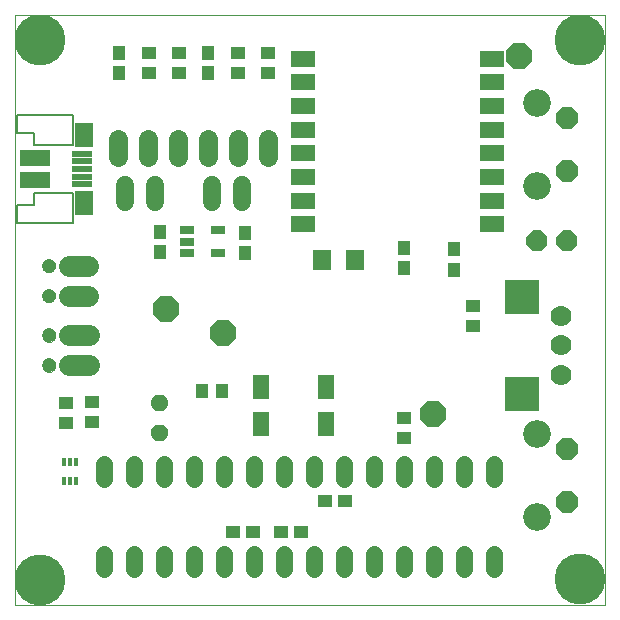
<source format=gbs>
G75*
%MOIN*%
%OFA0B0*%
%FSLAX24Y24*%
%IPPOS*%
%LPD*%
%AMOC8*
5,1,8,0,0,1.08239X$1,22.5*
%
%ADD10C,0.0000*%
%ADD11R,0.0591X0.0670*%
%ADD12R,0.0434X0.0473*%
%ADD13R,0.0473X0.0434*%
%ADD14R,0.0827X0.0552*%
%ADD15OC8,0.0890*%
%ADD16R,0.0512X0.0257*%
%ADD17C,0.0560*%
%ADD18R,0.0552X0.0788*%
%ADD19R,0.0152X0.0316*%
%ADD20R,0.0713X0.0197*%
%ADD21R,0.0615X0.0827*%
%ADD22R,0.1024X0.0581*%
%ADD23C,0.0050*%
%ADD24C,0.0600*%
%ADD25C,0.0112*%
%ADD26OC8,0.0700*%
%ADD27OC8,0.0740*%
%ADD28C,0.0925*%
%ADD29C,0.0700*%
%ADD30R,0.1142X0.1142*%
%ADD31C,0.0640*%
%ADD32C,0.0690*%
%ADD33C,0.0473*%
%ADD34C,0.1700*%
D10*
X000350Y000350D02*
X000350Y020035D01*
X020035Y020035D01*
X020035Y000350D01*
X000350Y000350D01*
X001267Y008344D02*
X001269Y008373D01*
X001275Y008401D01*
X001284Y008429D01*
X001297Y008455D01*
X001314Y008478D01*
X001333Y008500D01*
X001355Y008519D01*
X001380Y008534D01*
X001406Y008547D01*
X001434Y008555D01*
X001462Y008560D01*
X001491Y008561D01*
X001520Y008558D01*
X001548Y008551D01*
X001575Y008541D01*
X001601Y008527D01*
X001624Y008510D01*
X001645Y008490D01*
X001663Y008467D01*
X001678Y008442D01*
X001689Y008415D01*
X001697Y008387D01*
X001701Y008358D01*
X001701Y008330D01*
X001697Y008301D01*
X001689Y008273D01*
X001678Y008246D01*
X001663Y008221D01*
X001645Y008198D01*
X001624Y008178D01*
X001601Y008161D01*
X001575Y008147D01*
X001548Y008137D01*
X001520Y008130D01*
X001491Y008127D01*
X001462Y008128D01*
X001434Y008133D01*
X001406Y008141D01*
X001380Y008154D01*
X001355Y008169D01*
X001333Y008188D01*
X001314Y008210D01*
X001297Y008233D01*
X001284Y008259D01*
X001275Y008287D01*
X001269Y008315D01*
X001267Y008344D01*
X001267Y009344D02*
X001269Y009373D01*
X001275Y009401D01*
X001284Y009429D01*
X001297Y009455D01*
X001314Y009478D01*
X001333Y009500D01*
X001355Y009519D01*
X001380Y009534D01*
X001406Y009547D01*
X001434Y009555D01*
X001462Y009560D01*
X001491Y009561D01*
X001520Y009558D01*
X001548Y009551D01*
X001575Y009541D01*
X001601Y009527D01*
X001624Y009510D01*
X001645Y009490D01*
X001663Y009467D01*
X001678Y009442D01*
X001689Y009415D01*
X001697Y009387D01*
X001701Y009358D01*
X001701Y009330D01*
X001697Y009301D01*
X001689Y009273D01*
X001678Y009246D01*
X001663Y009221D01*
X001645Y009198D01*
X001624Y009178D01*
X001601Y009161D01*
X001575Y009147D01*
X001548Y009137D01*
X001520Y009130D01*
X001491Y009127D01*
X001462Y009128D01*
X001434Y009133D01*
X001406Y009141D01*
X001380Y009154D01*
X001355Y009169D01*
X001333Y009188D01*
X001314Y009210D01*
X001297Y009233D01*
X001284Y009259D01*
X001275Y009287D01*
X001269Y009315D01*
X001267Y009344D01*
X001259Y010670D02*
X001261Y010699D01*
X001267Y010727D01*
X001276Y010755D01*
X001289Y010781D01*
X001306Y010804D01*
X001325Y010826D01*
X001347Y010845D01*
X001372Y010860D01*
X001398Y010873D01*
X001426Y010881D01*
X001454Y010886D01*
X001483Y010887D01*
X001512Y010884D01*
X001540Y010877D01*
X001567Y010867D01*
X001593Y010853D01*
X001616Y010836D01*
X001637Y010816D01*
X001655Y010793D01*
X001670Y010768D01*
X001681Y010741D01*
X001689Y010713D01*
X001693Y010684D01*
X001693Y010656D01*
X001689Y010627D01*
X001681Y010599D01*
X001670Y010572D01*
X001655Y010547D01*
X001637Y010524D01*
X001616Y010504D01*
X001593Y010487D01*
X001567Y010473D01*
X001540Y010463D01*
X001512Y010456D01*
X001483Y010453D01*
X001454Y010454D01*
X001426Y010459D01*
X001398Y010467D01*
X001372Y010480D01*
X001347Y010495D01*
X001325Y010514D01*
X001306Y010536D01*
X001289Y010559D01*
X001276Y010585D01*
X001267Y010613D01*
X001261Y010641D01*
X001259Y010670D01*
X001259Y011670D02*
X001261Y011699D01*
X001267Y011727D01*
X001276Y011755D01*
X001289Y011781D01*
X001306Y011804D01*
X001325Y011826D01*
X001347Y011845D01*
X001372Y011860D01*
X001398Y011873D01*
X001426Y011881D01*
X001454Y011886D01*
X001483Y011887D01*
X001512Y011884D01*
X001540Y011877D01*
X001567Y011867D01*
X001593Y011853D01*
X001616Y011836D01*
X001637Y011816D01*
X001655Y011793D01*
X001670Y011768D01*
X001681Y011741D01*
X001689Y011713D01*
X001693Y011684D01*
X001693Y011656D01*
X001689Y011627D01*
X001681Y011599D01*
X001670Y011572D01*
X001655Y011547D01*
X001637Y011524D01*
X001616Y011504D01*
X001593Y011487D01*
X001567Y011473D01*
X001540Y011463D01*
X001512Y011456D01*
X001483Y011453D01*
X001454Y011454D01*
X001426Y011459D01*
X001398Y011467D01*
X001372Y011480D01*
X001347Y011495D01*
X001325Y011514D01*
X001306Y011536D01*
X001289Y011559D01*
X001276Y011585D01*
X001267Y011613D01*
X001261Y011641D01*
X001259Y011670D01*
D11*
X010602Y011851D03*
X011705Y011851D03*
D12*
X013332Y011590D03*
X013332Y012259D03*
X014980Y012209D03*
X014980Y011540D03*
X008032Y012093D03*
X008032Y012762D03*
X005179Y012786D03*
X005179Y012117D03*
X006605Y007505D03*
X007274Y007505D03*
X006789Y018089D03*
X006789Y018758D03*
X003814Y018758D03*
X003814Y018089D03*
D13*
X004812Y018089D03*
X004812Y018758D03*
X005812Y018758D03*
X005812Y018089D03*
X007787Y018089D03*
X007787Y018758D03*
X008807Y018758D03*
X008807Y018089D03*
X015613Y010319D03*
X015613Y009650D03*
X013327Y006585D03*
X013327Y005916D03*
X011372Y003824D03*
X010703Y003824D03*
X009905Y002795D03*
X009236Y002795D03*
X008277Y002805D03*
X007608Y002805D03*
X002910Y006453D03*
X002910Y007122D03*
X002049Y007097D03*
X002049Y006428D03*
D14*
X009959Y013051D03*
X009959Y013838D03*
X009959Y014626D03*
X009959Y015413D03*
X009959Y016201D03*
X009959Y016988D03*
X009959Y017775D03*
X009959Y018563D03*
X016259Y018563D03*
X016259Y017775D03*
X016259Y016988D03*
X016259Y016201D03*
X016259Y015413D03*
X016259Y014626D03*
X016259Y013838D03*
X016259Y013051D03*
D15*
X017168Y018666D03*
X005382Y010210D03*
X007280Y009422D03*
X014277Y006729D03*
D16*
X007119Y012096D03*
X007119Y012844D03*
X006095Y012844D03*
X006095Y012470D03*
X006095Y012096D03*
D17*
X006317Y005065D02*
X006317Y004545D01*
X005317Y004545D02*
X005317Y005065D01*
X004317Y005065D02*
X004317Y004545D01*
X003317Y004545D02*
X003317Y005065D01*
X007317Y005065D02*
X007317Y004545D01*
X008317Y004545D02*
X008317Y005065D01*
X009317Y005065D02*
X009317Y004545D01*
X010317Y004545D02*
X010317Y005065D01*
X011317Y005065D02*
X011317Y004545D01*
X012317Y004545D02*
X012317Y005065D01*
X013317Y005065D02*
X013317Y004545D01*
X014317Y004545D02*
X014317Y005065D01*
X015317Y005065D02*
X015317Y004545D01*
X016317Y004545D02*
X016317Y005065D01*
X016317Y002065D02*
X016317Y001545D01*
X015317Y001545D02*
X015317Y002065D01*
X014317Y002065D02*
X014317Y001545D01*
X013317Y001545D02*
X013317Y002065D01*
X012317Y002065D02*
X012317Y001545D01*
X011317Y001545D02*
X011317Y002065D01*
X010317Y002065D02*
X010317Y001545D01*
X009317Y001545D02*
X009317Y002065D01*
X008317Y002065D02*
X008317Y001545D01*
X007317Y001545D02*
X007317Y002065D01*
X006317Y002065D02*
X006317Y001545D01*
X005317Y001545D02*
X005317Y002065D01*
X004317Y002065D02*
X004317Y001545D01*
X003317Y001545D02*
X003317Y002065D01*
D18*
X008549Y006375D03*
X008549Y007635D03*
X010714Y007635D03*
X010714Y006375D03*
D19*
X002401Y005134D03*
X002204Y005134D03*
X002007Y005134D03*
X002007Y004484D03*
X002204Y004484D03*
X002401Y004484D03*
D20*
X002598Y014382D03*
X002598Y014638D03*
X002598Y014894D03*
X002598Y015150D03*
X002598Y015406D03*
D21*
X002649Y016036D03*
X002649Y013752D03*
D22*
X001011Y014525D03*
X001011Y015263D03*
D23*
X000980Y015675D02*
X002287Y015675D01*
X002287Y016688D01*
X001267Y016688D01*
X001271Y016688D01*
X000440Y016688D01*
X000437Y016104D01*
X000980Y016104D01*
X000980Y015675D01*
X000980Y014107D02*
X002287Y014107D01*
X002287Y013093D01*
X001267Y013093D01*
X001267Y013092D01*
X000437Y013092D01*
X000437Y013677D01*
X000980Y013677D01*
X000980Y014107D01*
D24*
X004021Y014350D02*
X004021Y013790D01*
X005021Y013790D02*
X005021Y014350D01*
X006916Y014343D02*
X006916Y013783D01*
X007916Y013783D02*
X007916Y014343D01*
D25*
X004986Y007069D02*
X004930Y007013D01*
X004930Y007199D01*
X005060Y007329D01*
X005246Y007329D01*
X005376Y007199D01*
X005376Y007013D01*
X005246Y006883D01*
X005060Y006883D01*
X004930Y007013D01*
X005014Y007048D01*
X005014Y007164D01*
X005095Y007245D01*
X005211Y007245D01*
X005292Y007164D01*
X005292Y007048D01*
X005211Y006967D01*
X005095Y006967D01*
X005014Y007048D01*
X005098Y007083D01*
X005098Y007129D01*
X005130Y007161D01*
X005176Y007161D01*
X005208Y007129D01*
X005208Y007083D01*
X005176Y007051D01*
X005130Y007051D01*
X005098Y007083D01*
X004986Y006079D02*
X004930Y006023D01*
X004930Y006209D01*
X005060Y006339D01*
X005246Y006339D01*
X005376Y006209D01*
X005376Y006023D01*
X005246Y005893D01*
X005060Y005893D01*
X004930Y006023D01*
X005014Y006058D01*
X005014Y006174D01*
X005095Y006255D01*
X005211Y006255D01*
X005292Y006174D01*
X005292Y006058D01*
X005211Y005977D01*
X005095Y005977D01*
X005014Y006058D01*
X005098Y006093D01*
X005098Y006139D01*
X005130Y006171D01*
X005176Y006171D01*
X005208Y006139D01*
X005208Y006093D01*
X005176Y006061D01*
X005130Y006061D01*
X005098Y006093D01*
D26*
X017763Y012502D03*
X018763Y012502D03*
D27*
X018753Y014814D03*
X018753Y016594D03*
X018753Y005571D03*
X018753Y003791D03*
D28*
X017773Y003301D03*
X017773Y006061D03*
X017773Y014324D03*
X017773Y017084D03*
D29*
X018568Y009996D03*
X018568Y009011D03*
X018568Y008027D03*
D30*
X017268Y007397D03*
X017268Y010626D03*
D31*
X008804Y015289D02*
X008804Y015889D01*
X007804Y015889D02*
X007804Y015289D01*
X006804Y015289D02*
X006804Y015889D01*
X005804Y015889D02*
X005804Y015289D01*
X004804Y015289D02*
X004804Y015889D01*
X003804Y015889D02*
X003804Y015289D01*
D32*
X002801Y011670D02*
X002151Y011670D01*
X002151Y010670D02*
X002801Y010670D01*
X002809Y009344D02*
X002160Y009344D01*
X002160Y008344D02*
X002809Y008344D01*
D33*
X001484Y008344D03*
X001484Y009344D03*
X001476Y010670D03*
X001476Y011670D03*
D34*
X001201Y019175D03*
X019182Y019177D03*
X019179Y001212D03*
X001200Y001200D03*
M02*

</source>
